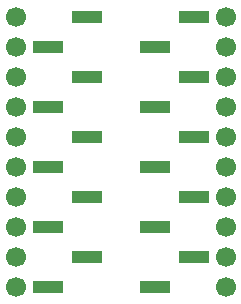
<source format=gbs>
G04 #@! TF.GenerationSoftware,KiCad,Pcbnew,9.0.6*
G04 #@! TF.CreationDate,2025-12-31T23:13:25-06:00*
G04 #@! TF.ProjectId,QFN-16_3x3,51464e2d-3136-45f3-9378-332e6b696361,rev?*
G04 #@! TF.SameCoordinates,Original*
G04 #@! TF.FileFunction,Soldermask,Bot*
G04 #@! TF.FilePolarity,Negative*
%FSLAX46Y46*%
G04 Gerber Fmt 4.6, Leading zero omitted, Abs format (unit mm)*
G04 Created by KiCad (PCBNEW 9.0.6) date 2025-12-31 23:13:25*
%MOMM*%
%LPD*%
G01*
G04 APERTURE LIST*
%ADD10C,1.700000*%
%ADD11R,2.510000X1.000000*%
G04 APERTURE END LIST*
D10*
X121920000Y-132080000D03*
X121920000Y-129540000D03*
X121920000Y-127000001D03*
X121920000Y-124460000D03*
X121920000Y-121920000D03*
X121920000Y-119380000D03*
X121920000Y-116840000D03*
X121920000Y-114299999D03*
X121920000Y-111760000D03*
X121920000Y-109220000D03*
X139700000Y-132080001D03*
X139700000Y-129540001D03*
X139700000Y-127000001D03*
X139700000Y-124460001D03*
X139700000Y-121920001D03*
X139700000Y-119380001D03*
X139700000Y-116840001D03*
X139700000Y-114300001D03*
X139700000Y-111760001D03*
X139700000Y-109220001D03*
D11*
X124610000Y-132080000D03*
X127920000Y-129540000D03*
X124610000Y-127000000D03*
X127920000Y-124460000D03*
X124610000Y-121920000D03*
X127920000Y-119380000D03*
X124610000Y-116840000D03*
X127920000Y-114300000D03*
X124610000Y-111760000D03*
X127920000Y-109220000D03*
X137010000Y-109220000D03*
X133700000Y-111760000D03*
X137010000Y-114300000D03*
X133700000Y-116840000D03*
X137010000Y-119380000D03*
X133700000Y-121920000D03*
X137010000Y-124460000D03*
X133700000Y-127000000D03*
X137010000Y-129540000D03*
X133700000Y-132080000D03*
M02*

</source>
